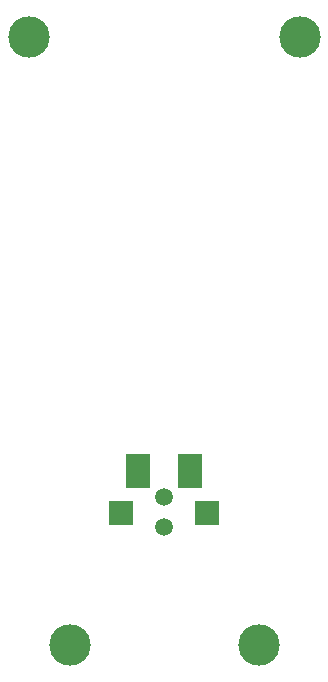
<source format=gbr>
G04 (created by PCBNEW (2013-may-18)-stable) date Вт 27 окт 2015 03:11:57*
%MOIN*%
G04 Gerber Fmt 3.4, Leading zero omitted, Abs format*
%FSLAX34Y34*%
G01*
G70*
G90*
G04 APERTURE LIST*
%ADD10C,0.00393701*%
%ADD11C,0.137795*%
%ADD12C,0.0590551*%
%ADD13R,0.0826772X0.0787402*%
%ADD14R,0.0826772X0.114173*%
G04 APERTURE END LIST*
G54D10*
G54D11*
X7086Y-10236D03*
X16141Y-10236D03*
G54D12*
X11614Y-26574D03*
G54D13*
X10177Y-26102D03*
G54D14*
X10748Y-24704D03*
X12480Y-24704D03*
G54D13*
X13051Y-26102D03*
G54D12*
X11614Y-25590D03*
G54D11*
X8464Y-30511D03*
X14763Y-30511D03*
M02*

</source>
